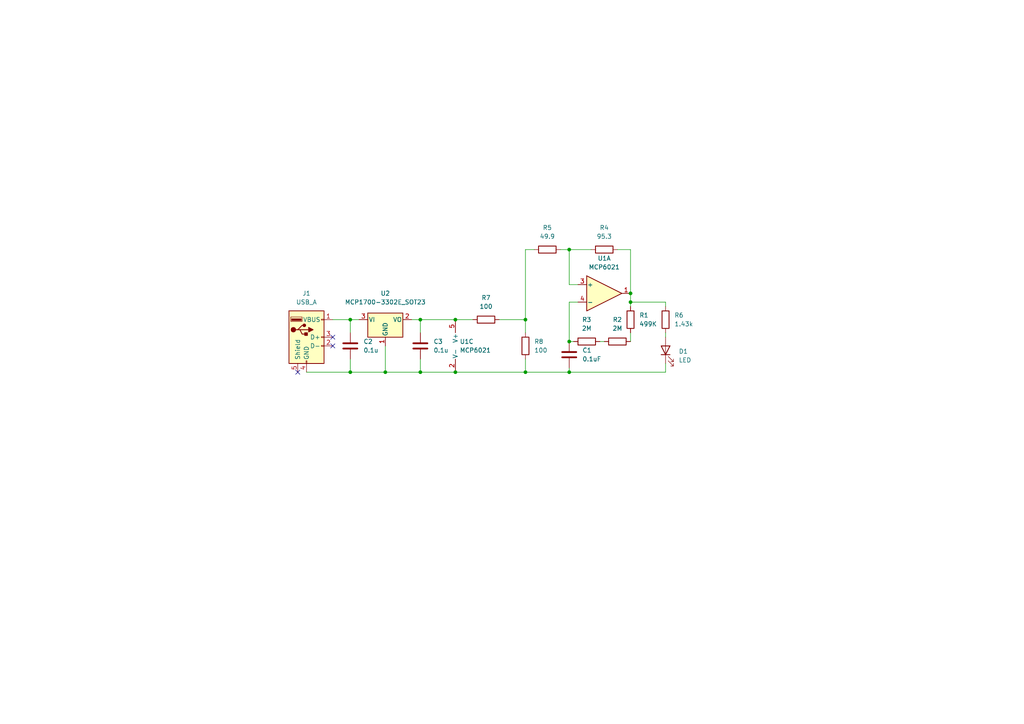
<source format=kicad_sch>
(kicad_sch (version 20211123) (generator eeschema)
  (paper "A4")
  (lib_symbols
    (symbol "Amplifier_Operational:MCP6022" (pin_names (offset 0.127))
      (property "Reference" "U1" (at -1.27 1.2701 0))
      (property "Value" "MCP6021" (at -1.27 -1.2699 0))
      (symbol "MCP6022_1_1"
        (polyline (pts (xy -5.08 5.08) (xy 5.08 0) (xy -5.08 -5.08) (xy -5.08 5.08)) (stroke (width 0.254)) (fill (type background)))
        (pin output line (at 7.62 0 180) (length 2.54) (name "~") (number "1"))
        (pin input line (at -7.62 -2.54 0) (length 2.54) (name "-") (number "2"))
        (pin input line (at -7.62 2.54 0) (length 2.54) (name "+") (number "3"))
      )
      (symbol "MCP6022_2_1"
        (polyline (pts (xy -5.08 5.08) (xy 5.08 0) (xy -5.08 -5.08) (xy -5.08 5.08)) (stroke (width 0.254)) (fill (type background)))
        (pin input line (at -7.62 2.54 0) (length 2.54) (name "+") (number "5"))
        (pin input line (at -7.62 -2.54 0) (length 2.54) (name "-") (number "6"))
        (pin output line (at 7.62 0 180) (length 2.54) (name "~") (number "7"))
      )
      (symbol "MCP6022_3_1"
        (pin power_in line (at -2.54 -7.62 90) (length 3.81) (name "V-") (number "2"))
        (pin power_in line (at -2.54 7.62 270) (length 3.81) (name "V+") (number "5"))
      )
    )
    (symbol "Connector:USB_A" (pin_names (offset 1.016))
      (property "Reference" "J" (at -5.08 11.43 0))
      (property "Value" "USB_A" (at -5.08 8.89 0))
      (symbol "USB_A_0_1"
        (rectangle (start -5.08 -7.62) (end 5.08 7.62) (stroke (width 0.254)) (fill (type background)))
        (circle (center -3.81 2.159) (radius 0.635) (stroke (width 0.254)) (fill (type outline)))
        (rectangle (start -1.524 4.826) (end -4.318 5.334) (fill (type outline)))
        (rectangle (start -1.27 4.572) (end -4.572 5.842))
        (circle (center -0.635 3.429) (radius 0.381) (stroke (width 0.254)) (fill (type outline)))
        (rectangle (start -0.127 -7.62) (end 0.127 -6.858))
        (polyline (pts (xy -3.175 2.159) (xy -2.54 2.159) (xy -1.27 3.429) (xy -0.635 3.429)) (stroke (width 0.254)))
        (polyline (pts (xy -2.54 2.159) (xy -1.905 2.159) (xy -1.27 0.889) (xy 0 0.889)) (stroke (width 0.254)))
        (polyline (pts (xy 0.635 2.794) (xy 0.635 1.524) (xy 1.905 2.159) (xy 0.635 2.794)) (stroke (width 0.254)) (fill (type outline)))
        (rectangle (start 0.254 1.27) (end -0.508 0.508) (stroke (width 0.254)) (fill (type outline)))
        (rectangle (start 5.08 -2.667) (end 4.318 -2.413))
        (rectangle (start 5.08 -0.127) (end 4.318 0.127))
        (rectangle (start 5.08 4.953) (end 4.318 5.207))
      )
      (symbol "USB_A_1_1"
        (polyline (pts (xy -1.905 2.159) (xy 0.635 2.159)) (stroke (width 0.254)))
        (pin power_in line (at 7.62 5.08 180) (length 2.54) (name "VBUS") (number "1"))
        (pin bidirectional line (at 7.62 -2.54 180) (length 2.54) (name "D-") (number "2"))
        (pin bidirectional line (at 7.62 0 180) (length 2.54) (name "D+") (number "3"))
        (pin power_in line (at 0 -10.16 90) (length 2.54) (name "GND") (number "4"))
        (pin passive line (at -2.54 -10.16 90) (length 2.54) (name "Shield") (number "5"))
      )
    )
    (symbol "Device:C" (pin_numbers hide) (pin_names (offset 0.254))
      (property "Reference" "C" (at 0.635 2.54 0))
      (property "Value" "C" (at 0.635 -2.54 0))
      (symbol "C_0_1"
        (polyline (pts (xy -2.032 -0.762) (xy 2.032 -0.762)) (stroke (width 0.508)))
        (polyline (pts (xy -2.032 0.762) (xy 2.032 0.762)) (stroke (width 0.508)))
      )
      (symbol "C_1_1"
        (pin passive line (at 0 3.81 270) (length 2.794) (name "~") (number "1"))
        (pin passive line (at 0 -3.81 90) (length 2.794) (name "~") (number "2"))
      )
    )
    (symbol "Device:LED" (pin_numbers hide) (pin_names (offset 1.016) hide)
      (property "Reference" "D" (at 0 2.54 0))
      (property "Value" "LED" (at 0 -2.54 0))
      (symbol "LED_0_1"
        (polyline (pts (xy -1.27 -1.27) (xy -1.27 1.27)) (stroke (width 0.254)))
        (polyline (pts (xy -1.27 0) (xy 1.27 0)))
        (polyline (pts (xy 1.27 -1.27) (xy 1.27 1.27) (xy -1.27 0) (xy 1.27 -1.27)) (stroke (width 0.254)))
        (polyline (pts (xy -3.048 -0.762) (xy -4.572 -2.286) (xy -3.81 -2.286) (xy -4.572 -2.286) (xy -4.572 -1.524)))
        (polyline (pts (xy -1.778 -0.762) (xy -3.302 -2.286) (xy -2.54 -2.286) (xy -3.302 -2.286) (xy -3.302 -1.524)))
      )
      (symbol "LED_1_1"
        (pin passive line (at -3.81 0 0) (length 2.54) (name "K") (number "1"))
        (pin passive line (at 3.81 0 180) (length 2.54) (name "A") (number "2"))
      )
    )
    (symbol "Device:R" (pin_numbers hide) (pin_names (offset 0))
      (property "Reference" "R" (at 2.032 0 90))
      (property "Value" "R" (at 0 0 90))
      (symbol "R_0_1"
        (rectangle (start -1.016 -2.54) (end 1.016 2.54) (stroke (width 0.254)))
      )
      (symbol "R_1_1"
        (pin passive line (at 0 3.81 270) (length 1.27) (name "~") (number "1"))
        (pin passive line (at 0 -3.81 90) (length 1.27) (name "~") (number "2"))
      )
    )
    (symbol "MCP6022_1" (pin_names (offset 0.127))
      (property "Reference" "U1" (at 0 10.16 0))
      (property "Value" "MCP6022_1" (at 0 7.62 0))
      (symbol "MCP6022_1_1_1"
        (polyline (pts (xy -5.08 5.08) (xy 5.08 0) (xy -5.08 -5.08) (xy -5.08 5.08)) (stroke (width 0.254)) (fill (type background)))
        (pin output line (at 7.62 0 180) (length 2.54) (name "~") (number "1"))
        (pin input line (at -7.62 2.54 0) (length 2.54) (name "+") (number "3"))
        (pin input line (at -7.62 -2.54 0) (length 2.54) (name "-") (number "4"))
      )
      (symbol "MCP6022_1_2_1"
        (polyline (pts (xy -5.08 5.08) (xy 5.08 0) (xy -5.08 -5.08) (xy -5.08 5.08)) (stroke (width 0.254)) (fill (type background)))
        (pin input line (at -7.62 2.54 0) (length 2.54) (name "+") (number "5"))
        (pin input line (at -7.62 -2.54 0) (length 2.54) (name "-") (number "6"))
        (pin output line (at 7.62 0 180) (length 2.54) (name "~") (number "7"))
      )
      (symbol "MCP6022_1_3_1"
        (pin power_in line (at -2.54 -7.62 90) (length 3.81) (name "V-") (number "4"))
        (pin power_in line (at -2.54 7.62 270) (length 3.81) (name "V+") (number "8"))
      )
    )
    (symbol "Regulator_Linear:MCP1700-3302E_SOT23" (pin_names (offset 0.254))
      (property "Reference" "U" (at -3.81 3.175 0))
      (property "Value" "MCP1700-3302E_SOT23" (at 0 3.175 0))
      (symbol "MCP1700-3302E_SOT23_0_1"
        (rectangle (start -5.08 1.905) (end 5.08 -5.08) (stroke (width 0.254)) (fill (type background)))
      )
      (symbol "MCP1700-3302E_SOT23_1_1"
        (pin power_in line (at 0 -7.62 90) (length 2.54) (name "GND") (number "1"))
        (pin power_out line (at 7.62 0 180) (length 2.54) (name "VO") (number "2"))
        (pin power_in line (at -7.62 0 0) (length 2.54) (name "VI") (number "3"))
      )
    )
  )
  (junction (at 111.76 107.95))
  (junction (at 182.88 87.63))
  (junction (at 152.4 107.95))
  (junction (at 132.08 107.95))
  (junction (at 165.1 72.39))
  (junction (at 121.92 107.95))
  (junction (at 121.92 92.71))
  (junction (at 165.1 99.06))
  (junction (at 101.6 107.95))
  (junction (at 132.08 92.71))
  (junction (at 152.4 92.71))
  (junction (at 165.1 107.95))
  (junction (at 101.6 92.71))
  (junction (at 182.88 85.09))
  (no_connect (at 86.36 107.95))
  (no_connect (at 96.52 97.79))
  (no_connect (at 96.52 100.33))
  (wire (pts (xy 182.88 85.09) (xy 182.88 87.63)))
  (wire (pts (xy 101.6 92.71) (xy 104.14 92.71)))
  (wire (pts (xy 111.76 107.95) (xy 121.92 107.95)))
  (wire (pts (xy 152.4 107.95) (xy 132.08 107.95)))
  (wire (pts (xy 165.1 82.55) (xy 167.64 82.55)))
  (wire (pts (xy 165.1 72.39) (xy 165.1 82.55)))
  (wire (pts (xy 144.78 92.71) (xy 152.4 92.71)))
  (wire (pts (xy 182.88 87.63) (xy 182.88 88.9)))
  (wire (pts (xy 182.88 72.39) (xy 179.07 72.39)))
  (wire (pts (xy 119.38 92.71) (xy 121.92 92.71)))
  (wire (pts (xy 193.04 107.95) (xy 165.1 107.95)))
  (wire (pts (xy 173.99 99.06) (xy 175.26 99.06)))
  (wire (pts (xy 193.04 105.41) (xy 193.04 107.95)))
  (wire (pts (xy 193.04 96.52) (xy 193.04 97.79)))
  (wire (pts (xy 96.52 92.71) (xy 101.6 92.71)))
  (wire (pts (xy 121.92 92.71) (xy 132.08 92.71)))
  (wire (pts (xy 154.94 72.39) (xy 152.4 72.39)))
  (wire (pts (xy 101.6 92.71) (xy 101.6 96.52)))
  (wire (pts (xy 152.4 107.95) (xy 165.1 107.95)))
  (wire (pts (xy 111.76 100.33) (xy 111.76 107.95)))
  (wire (pts (xy 165.1 106.68) (xy 165.1 107.95)))
  (wire (pts (xy 101.6 104.14) (xy 101.6 107.95)))
  (wire (pts (xy 182.88 85.09) (xy 182.88 72.39)))
  (wire (pts (xy 152.4 92.71) (xy 152.4 96.52)))
  (wire (pts (xy 152.4 72.39) (xy 152.4 92.71)))
  (wire (pts (xy 101.6 107.95) (xy 111.76 107.95)))
  (wire (pts (xy 193.04 88.9) (xy 193.04 87.63)))
  (wire (pts (xy 162.56 72.39) (xy 165.1 72.39)))
  (wire (pts (xy 165.1 87.63) (xy 167.64 87.63)))
  (wire (pts (xy 182.88 87.63) (xy 193.04 87.63)))
  (wire (pts (xy 182.88 96.52) (xy 182.88 99.06)))
  (wire (pts (xy 121.92 92.71) (xy 121.92 96.52)))
  (wire (pts (xy 165.1 87.63) (xy 165.1 99.06)))
  (wire (pts (xy 121.92 107.95) (xy 132.08 107.95)))
  (wire (pts (xy 88.9 107.95) (xy 101.6 107.95)))
  (wire (pts (xy 121.92 104.14) (xy 121.92 107.95)))
  (wire (pts (xy 166.37 99.06) (xy 165.1 99.06)))
  (wire (pts (xy 132.08 92.71) (xy 137.16 92.71)))
  (wire (pts (xy 152.4 104.14) (xy 152.4 107.95)))
  (wire (pts (xy 165.1 72.39) (xy 171.45 72.39)))
  (symbol (lib_id "Device:R") (at 182.88 92.71 180) (unit 1)
    (property "Reference" "R1" (at 185.42 91.4399 0) (effects (justify right)))
    (property "Value" "499K" (at 185.42 93.9799 0) (effects (justify right)))
    (property "Footprint" "Resistor_SMD:R_0603_1608Metric" (effects hide))
  )
  (symbol (lib_id "Amplifier_Operational:MCP6022") (at 134.62 100.33 0) (unit 3)
    (property "Reference" "U1" (at 133.35 99.0599 0) (effects (justify left)))
    (property "Value" "MCP6021" (at 133.35 101.5999 0) (effects (justify left)))
    (property "Footprint" "Package_TO_SOT_SMD:SOT-23-5" (effects hide))
    (property "Datasheet" "http://ww1.microchip.com/downloads/en/devicedoc/20001685e.pdf" (effects hide))
  )
  (symbol (lib_id "Device:R") (at 152.4 100.33 0) (unit 1)
    (property "Reference" "R8" (at 154.94 99.0599 0) (effects (justify left)))
    (property "Value" "100" (at 154.94 101.5999 0) (effects (justify left)))
    (property "Footprint" "Resistor_SMD:R_0603_1608Metric" (effects hide))
  )
  (symbol (lib_id "Regulator_Linear:MCP1700-3302E_SOT23") (at 111.76 92.71 0) (unit 1)
    (property "Reference" "U2" (at 111.76 85.09 0))
    (property "Value" "MCP1700-3302E_SOT23" (at 111.76 87.63 0))
    (property "Footprint" "Package_TO_SOT_SMD:SOT-23" (effects hide))
    (property "Datasheet" "http://ww1.microchip.com/downloads/en/DeviceDoc/20001826D.pdf" (effects hide))
  )
  (symbol (lib_id "Device:R") (at 158.75 72.39 90) (unit 1)
    (property "Reference" "R5" (at 158.75 66.04 90))
    (property "Value" "49.9" (at 158.75 68.58 90))
    (property "Footprint" "Resistor_SMD:R_0603_1608Metric" (effects hide))
  )
  (symbol (lib_id "Connector:USB_A") (at 88.9 97.79 0) (unit 1)
    (property "Reference" "J1" (at 88.9 85.09 0))
    (property "Value" "USB_A" (at 88.9 87.63 0))
    (property "Footprint" "48037-0001:MOLEX_48037-0001" (effects hide))
    (property "Datasheet" " ~" (effects hide))
  )
  (symbol (lib_id "Device:R") (at 175.26 72.39 90) (unit 1)
    (property "Reference" "R4" (at 175.26 66.04 90))
    (property "Value" "95.3" (at 175.26 68.58 90))
    (property "Footprint" "Resistor_SMD:R_0603_1608Metric" (effects hide))
  )
  (symbol (lib_id "Device:R") (at 193.04 92.71 0) (unit 1)
    (property "Reference" "R6" (at 195.58 91.4399 0) (effects (justify left)))
    (property "Value" "1.43k" (at 195.58 93.9799 0) (effects (justify left)))
    (property "Footprint" "Resistor_SMD:R_0603_1608Metric" (effects hide))
  )
  (symbol (lib_name "MCP6022_1") (lib_id "Amplifier_Operational:MCP6022") (at 175.26 85.09 0) (unit 1)
    (property "Reference" "U1" (at 175.26 74.93 0))
    (property "Value" "MCP6021" (at 175.26 77.47 0))
    (property "Footprint" "Package_TO_SOT_SMD:SOT-23-5" (effects hide))
    (property "Datasheet" "http://ww1.microchip.com/downloads/en/devicedoc/20001685e.pdf" (effects hide))
  )
  (symbol (lib_id "Device:R") (at 140.97 92.71 90) (unit 1)
    (property "Reference" "R7" (at 140.97 86.36 90))
    (property "Value" "100" (at 140.97 88.9 90))
    (property "Footprint" "Resistor_SMD:R_0603_1608Metric" (effects hide))
  )
  (symbol (lib_id "Device:C") (at 121.92 100.33 0) (unit 1)
    (property "Reference" "C3" (at 125.73 99.0599 0) (effects (justify left)))
    (property "Value" "0.1u" (at 125.73 101.5999 0) (effects (justify left)))
    (property "Footprint" "Capacitor_SMD:C_0603_1608Metric" (effects hide))
  )
  (symbol (lib_id "Device:C") (at 101.6 100.33 0) (unit 1)
    (property "Reference" "C2" (at 105.41 99.0599 0) (effects (justify left)))
    (property "Value" "0.1u" (at 105.41 101.5999 0) (effects (justify left)))
    (property "Footprint" "Capacitor_SMD:C_0603_1608Metric" (effects hide))
  )
  (symbol (lib_id "Device:R") (at 179.07 99.06 90) (unit 1)
    (property "Reference" "R2" (at 179.07 92.71 90))
    (property "Value" "2M" (at 179.07 95.25 90))
    (property "Footprint" "Resistor_SMD:R_0603_1608Metric" (effects hide))
  )
  (symbol (lib_id "Device:R") (at 170.18 99.06 90) (unit 1)
    (property "Reference" "R3" (at 170.18 92.71 90))
    (property "Value" "2M" (at 170.18 95.25 90))
    (property "Footprint" "Resistor_SMD:R_0603_1608Metric" (effects hide))
  )
  (symbol (lib_id "Device:LED") (at 193.04 101.6 90) (unit 1)
    (property "Reference" "D1" (at 196.85 101.9174 90) (effects (justify right)))
    (property "Value" "LED" (at 196.85 104.4574 90) (effects (justify right)))
    (property "Footprint" "Diode_SMD:D_0805_2012Metric" (effects hide))
  )
  (symbol (lib_id "Device:C") (at 165.1 102.87 0) (unit 1)
    (property "Reference" "C1" (at 168.91 101.5999 0) (effects (justify left)))
    (property "Value" "0.1uF" (at 168.91 104.1399 0) (effects (justify left)))
    (property "Footprint" "Capacitor_SMD:C_0603_1608Metric" (effects hide))
  )
)
</source>
